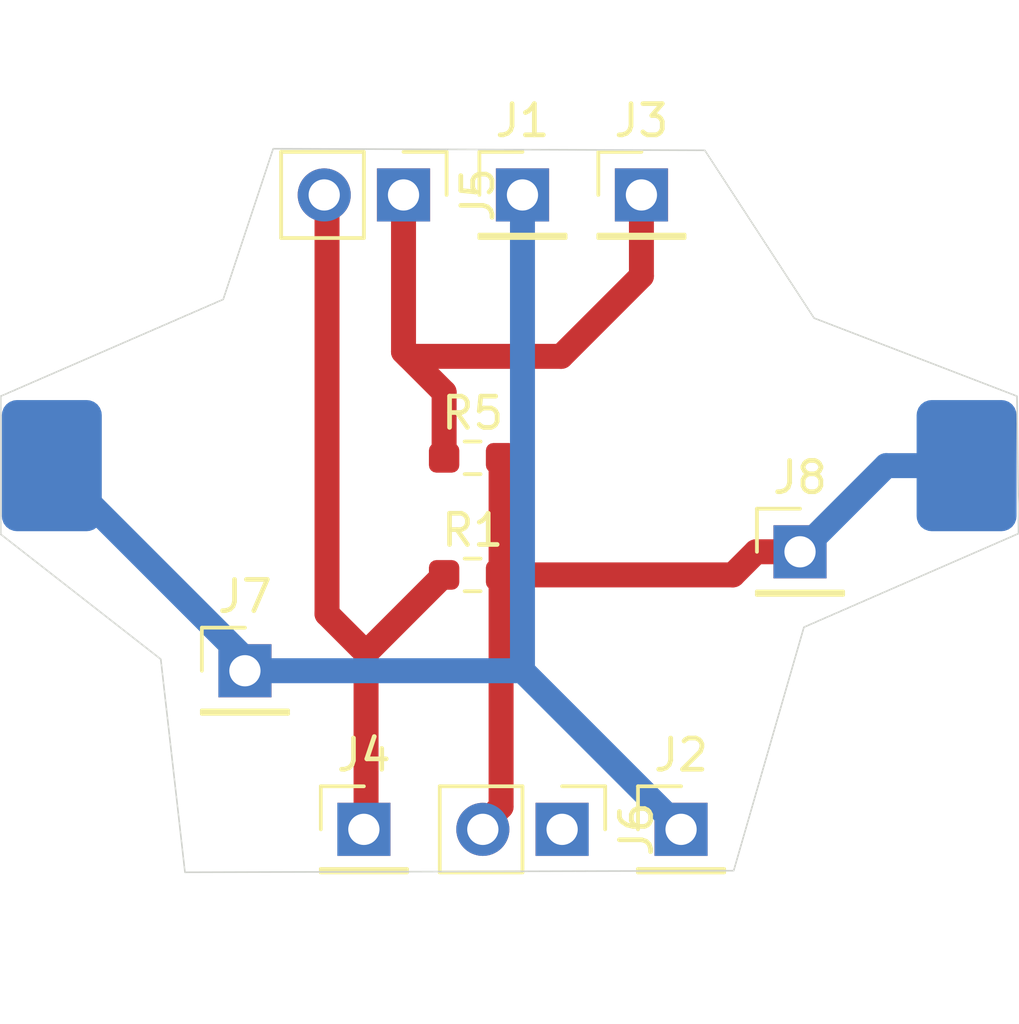
<source format=kicad_pcb>
(kicad_pcb (version 20241229) (generator "pcbnew") (generator_version "9.0")
  (layers (0 "F.Cu" signal) (2 "B.Cu" signal) (13 "F.Paste" user) (15 "B.Paste" user) (5 "F.SilkS" user "F.Silkscreen") (7 "B.SilkS" user "B.Silkscreen") (1 "F.Mask" user) (3 "B.Mask" user) (25 "Edge.Cuts" user))
  (net 0 "")
  (net 1 "ADC1")
  (net 2 "ADC2")
  (net 3 "GND")
  (net 4 "GPIO3")
  (net 5 "VCC")
  (footprint "Connector_PinHeader_2.54mm:PinHeader_1x02_P2.54mm_Vertical" (layer "F.Cu") (at 113.03 120.65 -90)
    (property "Reference" "J6" (at 0 -2.38 90) (layer "F.SilkS"))
    (property "Value" "Conn_01x02_Pin")
    (fp_line (start -1.38 3.92) (end 1.38 3.92) (stroke (width 0.12)) (layer "F.SilkS"))
    (fp_line (start -1.38 1.27) (end -1.38 3.92) (stroke (width 0.12)) (layer "F.SilkS"))
    (fp_line (start -1.38 1.27) (end 1.38 1.27) (stroke (width 0.12)) (layer "F.SilkS"))
    (fp_line (start 1.38 1.27) (end 1.38 3.92) (stroke (width 0.12)) (layer "F.SilkS"))
    (fp_line (start -1.38 0) (end -1.38 -1.38) (stroke (width 0.12)) (layer "F.SilkS"))
    (fp_line (start -1.38 -1.38) (end 0 -1.38) (stroke (width 0.12)) (layer "F.SilkS"))
    (pad "1" thru_hole rect (at 0 0 270) (size 1.7 1.7) (drill 1) (layers "*.Cu" "*.Mask") (net 4 "GPIO3"))
    (pad "2" thru_hole circle (at 0 2.54 270) (size 1.7 1.7) (drill 1) (layers "*.Cu" "*.Mask") (net 3 "GND"))
  )
  (footprint "Connector_PinHeader_2.54mm:PinHeader_1x01_P2.54mm_Vertical" (layer "F.Cu") (at 115.57 100.33)
    (property "Reference" "J3" (at 0 -2.38 0) (layer "F.SilkS"))
    (property "Value" "Photocell_1_V-")
    (fp_line (start -1.38 -1.38) (end 0 -1.38) (stroke (width 0.12)) (layer "F.SilkS"))
    (fp_line (start -1.38 0) (end -1.38 -1.38) (stroke (width 0.12)) (layer "F.SilkS"))
    (fp_line (start -1.38 1.27) (end -1.38 1.38) (stroke (width 0.12)) (layer "F.SilkS"))
    (fp_line (start -1.38 1.27) (end 1.38 1.27) (stroke (width 0.12)) (layer "F.SilkS"))
    (fp_line (start -1.38 1.38) (end 1.38 1.38) (stroke (width 0.12)) (layer "F.SilkS"))
    (fp_line (start 1.38 1.27) (end 1.38 1.38) (stroke (width 0.12)) (layer "F.SilkS"))
    (pad "1" thru_hole rect (at 0 0) (size 1.7 1.7) (drill 1) (layers "*.Cu" "*.Mask") (net 1 "ADC1"))
  )
  (footprint "Connector_PinHeader_2.54mm:PinHeader_1x01_P2.54mm_Vertical" (layer "F.Cu") (at 106.68 120.65)
    (property "Reference" "J4" (at 0 -2.38 0) (layer "F.SilkS"))
    (property "Value" "Photocell_2_V-")
    (fp_line (start -1.38 -1.38) (end 0 -1.38) (stroke (width 0.12)) (layer "F.SilkS"))
    (fp_line (start -1.38 0) (end -1.38 -1.38) (stroke (width 0.12)) (layer "F.SilkS"))
    (fp_line (start -1.38 1.27) (end -1.38 1.38) (stroke (width 0.12)) (layer "F.SilkS"))
    (fp_line (start -1.38 1.27) (end 1.38 1.27) (stroke (width 0.12)) (layer "F.SilkS"))
    (fp_line (start -1.38 1.38) (end 1.38 1.38) (stroke (width 0.12)) (layer "F.SilkS"))
    (fp_line (start 1.38 1.27) (end 1.38 1.38) (stroke (width 0.12)) (layer "F.SilkS"))
    (pad "1" thru_hole rect (at 0 0) (size 1.7 1.7) (drill 1) (layers "*.Cu" "*.Mask") (net 2 "ADC2"))
  )
  (footprint "Connector_PinHeader_2.54mm:PinHeader_1x01_P2.54mm_Vertical" (layer "F.Cu") (at 102.87 115.57)
    (property "Reference" "J7" (at 0 -2.38 0) (layer "F.SilkS"))
    (property "Value" "Photocell_1_V-")
    (fp_line (start -1.38 -1.38) (end 0 -1.38) (stroke (width 0.12)) (layer "F.SilkS"))
    (fp_line (start -1.38 0) (end -1.38 -1.38) (stroke (width 0.12)) (layer "F.SilkS"))
    (fp_line (start -1.38 1.27) (end -1.38 1.38) (stroke (width 0.12)) (layer "F.SilkS"))
    (fp_line (start -1.38 1.27) (end 1.38 1.27) (stroke (width 0.12)) (layer "F.SilkS"))
    (fp_line (start -1.38 1.38) (end 1.38 1.38) (stroke (width 0.12)) (layer "F.SilkS"))
    (fp_line (start 1.38 1.27) (end 1.38 1.38) (stroke (width 0.12)) (layer "F.SilkS"))
    (pad "1" thru_hole rect (at 0 0) (size 1.7 1.7) (drill 1) (layers "*.Cu" "*.Mask") (net 5 "VCC"))
  )
  (footprint "Connector_PinHeader_2.54mm:PinHeader_1x01_P2.54mm_Vertical" (layer "F.Cu") (at 116.84 120.65)
    (property "Reference" "J2" (at 0 -2.38 0) (layer "F.SilkS"))
    (property "Value" "Photocell_2_V+")
    (fp_line (start -1.38 -1.38) (end 0 -1.38) (stroke (width 0.12)) (layer "F.SilkS"))
    (fp_line (start -1.38 0) (end -1.38 -1.38) (stroke (width 0.12)) (layer "F.SilkS"))
    (fp_line (start -1.38 1.27) (end -1.38 1.38) (stroke (width 0.12)) (layer "F.SilkS"))
    (fp_line (start -1.38 1.27) (end 1.38 1.27) (stroke (width 0.12)) (layer "F.SilkS"))
    (fp_line (start -1.38 1.38) (end 1.38 1.38) (stroke (width 0.12)) (layer "F.SilkS"))
    (fp_line (start 1.38 1.27) (end 1.38 1.38) (stroke (width 0.12)) (layer "F.SilkS"))
    (pad "1" thru_hole rect (at 0 0) (size 1.7 1.7) (drill 1) (layers "*.Cu" "*.Mask") (net 5 "VCC"))
  )
  (footprint "Connector_PinHeader_2.54mm:PinHeader_1x01_P2.54mm_Vertical" (layer "F.Cu") (at 111.76 100.33)
    (property "Reference" "J1" (at 0 -2.38 0) (layer "F.SilkS"))
    (property "Value" "Photocell_1_V+")
    (fp_line (start -1.38 -1.38) (end 0 -1.38) (stroke (width 0.12)) (layer "F.SilkS"))
    (fp_line (start -1.38 0) (end -1.38 -1.38) (stroke (width 0.12)) (layer "F.SilkS"))
    (fp_line (start -1.38 1.27) (end -1.38 1.38) (stroke (width 0.12)) (layer "F.SilkS"))
    (fp_line (start -1.38 1.27) (end 1.38 1.27) (stroke (width 0.12)) (layer "F.SilkS"))
    (fp_line (start -1.38 1.38) (end 1.38 1.38) (stroke (width 0.12)) (layer "F.SilkS"))
    (fp_line (start 1.38 1.27) (end 1.38 1.38) (stroke (width 0.12)) (layer "F.SilkS"))
    (pad "1" thru_hole rect (at 0 0) (size 1.7 1.7) (drill 1) (layers "*.Cu" "*.Mask") (net 5 "VCC"))
  )
  (footprint "Resistor_SMD:R_0603_1608Metric_Pad0.98x0.95mm_HandSolder" (layer "F.Cu") (at 110.1625 108.75)
    (property "Reference" "R5" (at 0 -1.43 0) (layer "F.SilkS"))
    (property "Value" "3.3k")
    (fp_line (start -0.254724 -0.5225) (end 0.254724 -0.5225) (stroke (width 0.12)) (layer "F.SilkS"))
    (fp_line (start -0.254724 0.5225) (end 0.254724 0.5225) (stroke (width 0.12)) (layer "F.SilkS"))
    (pad "1" smd roundrect (at -0.9125 0) (size 0.975 0.95) (layers "F.Cu" "F.Mask" "F.Paste") (net 1 "ADC1"))
    (pad "2" smd roundrect (at 0.9125 0) (size 0.975 0.95) (layers "F.Cu" "F.Mask" "F.Paste") (net 3 "GND"))
  )
  (footprint "Connector_PinHeader_2.54mm:PinHeader_1x01_P2.54mm_Vertical" (layer "F.Cu") (at 120.65 111.76)
    (property "Reference" "J8" (at 0 -2.38 0) (layer "F.SilkS"))
    (property "Value" "GND VIA")
    (fp_line (start -1.38 -1.38) (end 0 -1.38) (stroke (width 0.12)) (layer "F.SilkS"))
    (fp_line (start -1.38 0) (end -1.38 -1.38) (stroke (width 0.12)) (layer "F.SilkS"))
    (fp_line (start -1.38 1.27) (end -1.38 1.38) (stroke (width 0.12)) (layer "F.SilkS"))
    (fp_line (start -1.38 1.27) (end 1.38 1.27) (stroke (width 0.12)) (layer "F.SilkS"))
    (fp_line (start -1.38 1.38) (end 1.38 1.38) (stroke (width 0.12)) (layer "F.SilkS"))
    (fp_line (start 1.38 1.27) (end 1.38 1.38) (stroke (width 0.12)) (layer "F.SilkS"))
    (pad "1" thru_hole rect (at 0 0) (size 1.7 1.7) (drill 1) (layers "*.Cu" "*.Mask") (net 3 "GND"))
  )
  (footprint "Resistor_SMD:R_0603_1608Metric_Pad0.98x0.95mm_HandSolder" (layer "F.Cu") (at 110.1625 112.5)
    (property "Reference" "R1" (at 0 -1.43 0) (layer "F.SilkS"))
    (property "Value" "3.3k")
    (fp_line (start -0.254724 -0.5225) (end 0.254724 -0.5225) (stroke (width 0.12)) (layer "F.SilkS"))
    (fp_line (start -0.254724 0.5225) (end 0.254724 0.5225) (stroke (width 0.12)) (layer "F.SilkS"))
    (pad "1" smd roundrect (at -0.9125 0) (size 0.975 0.95) (layers "F.Cu" "F.Mask" "F.Paste") (net 2 "ADC2"))
    (pad "2" smd roundrect (at 0.9125 0) (size 0.975 0.95) (layers "F.Cu" "F.Mask" "F.Paste") (net 3 "GND"))
  )
  (footprint "Connector_PinHeader_2.54mm:PinHeader_1x02_P2.54mm_Vertical" (layer "F.Cu") (at 107.95 100.33 -90)
    (property "Reference" "J5" (at 0 -2.38 90) (layer "F.SilkS"))
    (property "Value" "Conn_01x02_Pin")
    (fp_line (start -1.38 3.92) (end 1.38 3.92) (stroke (width 0.12)) (layer "F.SilkS"))
    (fp_line (start -1.38 1.27) (end -1.38 3.92) (stroke (width 0.12)) (layer "F.SilkS"))
    (fp_line (start -1.38 1.27) (end 1.38 1.27) (stroke (width 0.12)) (layer "F.SilkS"))
    (fp_line (start 1.38 1.27) (end 1.38 3.92) (stroke (width 0.12)) (layer "F.SilkS"))
    (fp_line (start -1.38 0) (end -1.38 -1.38) (stroke (width 0.12)) (layer "F.SilkS"))
    (fp_line (start -1.38 -1.38) (end 0 -1.38) (stroke (width 0.12)) (layer "F.SilkS"))
    (pad "1" thru_hole rect (at 0 0 270) (size 1.7 1.7) (drill 1) (layers "*.Cu" "*.Mask") (net 1 "ADC1"))
    (pad "2" thru_hole circle (at 0 2.54 270) (size 1.7 1.7) (drill 1) (layers "*.Cu" "*.Mask") (net 2 "ADC2"))
  )
  (footprint "EggPCB:CoinCellBat" (layer "B.Cu") (at 111.335 109 180)
    (property "Reference" "Battery1" (hide yes))
    (property "Value" "~")
    (pad "1" smd roundrect (at 14.65 0 180) (size 3.2 4.2) (layers "B.Cu" "B.Mask" "B.Paste") (roundrect_rratio 0.15) (net 5 "VCC"))
    (pad "2" smd roundrect (at -14.65 0 180) (size 3.2 4.2) (layers "B.Cu" "B.Mask" "B.Paste") (roundrect_rratio 0.15) (net 3 "GND"))
  )
  (gr_poly (pts (xy 118.525 121.975) (xy 120.775 114.175) (xy 127.65 111.175) (xy 127.6 106.775) (xy 121.1 104.275) (xy 117.6 98.9) (xy 103.775 98.85) (xy 102.175 103.675) (xy 95.05 106.775) (xy 95.05 111.2) (xy 100.175 115.2) (xy 100.95 122.025)) (stroke (width 0.05)) (fill no) (layer "Edge.Cuts"))
  (segment (start 107.95 100.33) (end 107.95 105.35) (width 0.8) (layer "F.Cu") (net 1))
  (segment (start 109.25 106.65) (end 109.25 108.75) (width 0.8) (layer "F.Cu") (net 1))
  (segment (start 115.57 102.93) (end 115.57 100.33) (width 0.8) (layer "F.Cu") (net 1))
  (segment (start 108.1 105.5) (end 113 105.5) (width 0.8) (layer "F.Cu") (net 1))
  (segment (start 113 105.5) (end 115.57 102.93) (width 0.8) (layer "F.Cu") (net 1))
  (segment (start 107.95 105.35) (end 109.25 106.65) (width 0.8) (layer "F.Cu") (net 1))
  (segment (start 107.95 105.35) (end 108.1 105.5) (width 0.8) (layer "F.Cu") (net 1))
  (segment (start 105.5 100.42) (end 105.41 100.33) (width 0.8) (layer "F.Cu") (net 2))
  (segment (start 105.5 113.75) (end 105.5 100.42) (width 0.8) (layer "F.Cu") (net 2))
  (segment (start 109.25 112.5) (end 106.75 115) (width 0.8) (layer "F.Cu") (net 2))
  (segment (start 106.75 120.58) (end 106.68 120.65) (width 0.8) (layer "F.Cu") (net 2))
  (segment (start 106.75 115) (end 105.5 113.75) (width 0.8) (layer "F.Cu") (net 2))
  (segment (start 106.75 115) (end 106.75 120.58) (width 0.8) (layer "F.Cu") (net 2))
  (segment (start 110.49 120.51) (end 111.075 119.925) (width 0.8) (layer "F.Cu") (net 3))
  (segment (start 119.24 111.76) (end 118.5 112.5) (width 0.8) (layer "F.Cu") (net 3))
  (segment (start 118.5 112.5) (end 111.075 112.5) (width 0.8) (layer "F.Cu") (net 3))
  (segment (start 110.49 120.65) (end 110.49 120.51) (width 0.8) (layer "F.Cu") (net 3))
  (segment (start 111.075 112.5) (end 111.075 108.75) (width 0.8) (layer "F.Cu") (net 3))
  (segment (start 120.65 111.76) (end 119.24 111.76) (width 0.8) (layer "F.Cu") (net 3))
  (segment (start 111.075 119.925) (end 111.075 112.5) (width 0.8) (layer "F.Cu") (net 3))
  (segment (start 125.985 109) (end 123.41 109) (width 0.8) (layer "B.Cu") (net 3))
  (segment (start 123.41 109) (end 120.65 111.76) (width 0.8) (layer "B.Cu") (net 3))
  (segment (start 102.87 115.57) (end 111.76 115.57) (width 0.8) (layer "B.Cu") (net 5))
  (segment (start 102.87 115.185) (end 96.685 109) (width 0.8) (layer "B.Cu") (net 5))
  (segment (start 111.76 115.57) (end 116.84 120.65) (width 0.8) (layer "B.Cu") (net 5))
  (segment (start 102.87 115.57) (end 102.87 115.185) (width 0.8) (layer "B.Cu") (net 5))
  (segment (start 111.76 100.33) (end 111.76 115.57) (width 0.8) (layer "B.Cu") (net 5))
)
</source>
